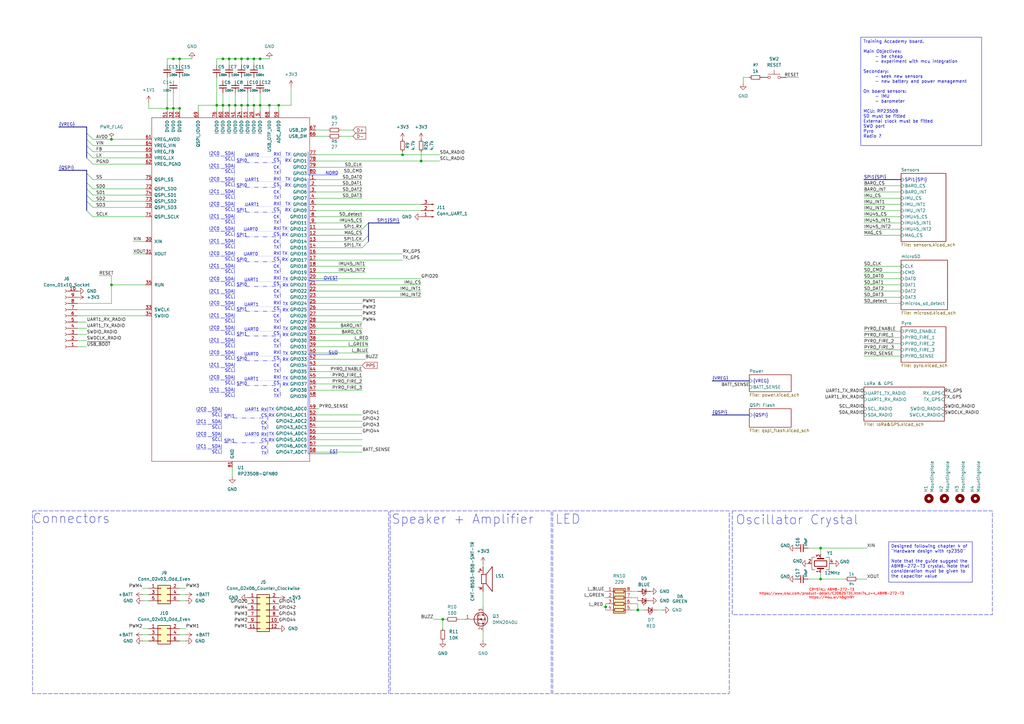
<source format=kicad_sch>
(kicad_sch (version 20250114) (generator "eeschema") (generator_version "9.0")
  (paper "A3")
  (title_block (title "Training Academy Board ") (date "2025-09-11") (rev "1.0") (company "Sapienza Rocket Team") (comment 1 "first board for the trainig academy"))
  (bus_alias "QSPI" (members "SS" "SD[0..3]" "SCLK"))
  (bus_alias "SPI" (members "TX" "RX" "CS" "CK"))
  (bus_alias "VREG" (members "AVDD" "VIN" "FB" "LX" "PGND"))
  (rectangle (start 300.355 209.55) (end 407.035 252.095) (stroke (width 0) (type dash)))
  (rectangle (start 160.02 209.55) (end 226.06 284.48) (stroke (width 0) (type dash)))
  (rectangle (start 226.695 209.55) (end 299.085 284.48) (stroke (width 0) (type dash)))
  (rectangle (start 13.335 209.55) (end 159.385 284.48) (stroke (width 0) (type dash)))
  (text "Speaker + Amplifier" (at 189.738 213.106 0) (effects (font (size 3.81 3.81))))
  (text "CS" (at 113.411 157.226 0) (effects (font (size 1.27 1.27))))
  (text "I2C1" (at 82.55 183.261 0) (effects (font (size 1.27 1.27))))
  (text "SDA" (at 93.98 99.06 0) (effects (font (size 1.27 1.27))))
  (text "SPI1" (at 99.187 137.16 0) (effects (font (size 1.27 1.27))))
  (text "SDA" (at 93.98 68.199 0) (effects (font (size 1.27 1.27))))
  (text "RX" (at 113.411 154.94 0) (effects (font (size 1.27 1.27))))
  (text "CK" (at 108.331 183.769 0) (effects (font (size 1.27 1.27))))
  (text "SDA" (at 93.98 139.7 0) (effects (font (size 1.27 1.27))))
  (text "SCL" (at 93.98 141.986 0) (effects (font (size 1.27 1.27))))
  (text "SPI0" (at 99.187 106.68 0) (effects (font (size 1.27 1.27))))
  (text "TX" (at 113.411 121.92 0) (effects (font (size 1.27 1.27))))
  (text "RX" (at 117.094 117.221 0) (effects (font (size 1.27 1.27))))
  (text "UART0" (at 102.87 104.394 0) (effects (font (size 1.27 1.27))))
  (text "SDA" (at 93.98 129.54 0) (effects (font (size 1.27 1.27))))
  (text "SDA" (at 88.646 173.101 0) (effects (font (size 1.27 1.27))))
  (text "RX" (at 113.411 93.98 0) (effects (font (size 1.27 1.27))))
  (text "SPI0" (at 99.187 66.04 0) (effects (font (size 1.27 1.27))))
  (text "TX" (at 117.094 145.161 0) (effects (font (size 1.27 1.27))))
  (text "SCL" (at 93.98 111.506 0) (effects (font (size 1.27 1.27))))
  (text "UART1" (at 103.378 84.074 0) (effects (font (size 1.27 1.27))))
  (text "I2C1" (at 87.884 119.634 0) (effects (font (size 1.27 1.27))))
  (text "TX" (at 111.379 178.181 0) (effects (font (size 1.27 1.27))))
  (text "I2C1" (at 87.884 99.06 0) (effects (font (size 1.27 1.27))))
  (text "SCL" (at 93.98 157.226 0) (effects (font (size 1.27 1.27))))
  (text "SCL" (at 93.98 106.426 0) (effects (font (size 1.27 1.27))))
  (text "SDA" (at 93.98 73.66 0) (effects (font (size 1.27 1.27))))
  (text "TX" (at 117.094 114.681 0) (effects (font (size 1.27 1.27))))
  (text "SDA" (at 93.98 160.02 0) (effects (font (size 1.27 1.27))))
  (text "SDA" (at 93.98 149.86 0) (effects (font (size 1.27 1.27))))
  (text "SCL" (at 93.98 152.146 0) (effects (font (size 1.27 1.27))))
  (text "SCL" (at 93.98 162.306 0) (effects (font (size 1.27 1.27))))
  (text "SDA" (at 93.98 88.9 0) (effects (font (size 1.27 1.27))))
  (text "RX" (at 117.094 157.861 0) (effects (font (size 1.27 1.27))))
  (text "CS" (at 113.411 126.746 0) (effects (font (size 1.27 1.27))))
  (text "CS" (at 108.331 170.561 0) (effects (font (size 1.27 1.27))))
  (text "TX" (at 118.11 73.66 0) (effects (font (size 1.27 1.27))))
  (text "TX" (at 108.331 186.055 0) (effects (font (size 1.27 1.27))))
  (text "I2C0" (at 87.884 83.82 0) (effects (font (size 1.27 1.27))))
  (text "SCL" (at 93.98 126.746 0) (effects (font (size 1.27 1.27))))
  (text "SCL" (at 88.646 185.547 0) (effects (font (size 1.27 1.27))))
  (text "RX" (at 113.411 63.5 0) (effects (font (size 1.27 1.27))))
  (text "TX" (at 113.411 132.08 0) (effects (font (size 1.27 1.27))))
  (text "SPI1" (at 99.187 86.36 0) (effects (font (size 1.27 1.27))))
  (text "SDA" (at 93.98 144.78 0) (effects (font (size 1.27 1.27))))
  (text "SDA" (at 93.98 78.74 0) (effects (font (size 1.27 1.27))))
  (text "SDA" (at 93.98 63.119 0) (effects (font (size 1.27 1.27))))
  (text "SPI1" (at 94.107 180.975 0) (effects (font (size 1.27 1.27))))
  (text "SDA" (at 93.98 154.94 0) (effects (font (size 1.27 1.27))))
  (text "UART1" (at 103.124 114.935 0) (effects (font (size 1.27 1.27))))
  (text "RX" (at 113.411 83.82 0) (effects (font (size 1.27 1.27))))
  (text "SPI1" (at 99.187 127 0) (effects (font (size 1.27 1.27))))
  (text "I2C0" (at 82.55 178.181 0) (effects (font (size 1.27 1.27))))
  (text "I2C0" (at 87.884 144.78 0) (effects (font (size 1.27 1.27))))
  (text "CK" (at 113.411 139.954 0) (effects (font (size 1.27 1.27))))
  (text "I2C1" (at 87.884 109.22 0) (effects (font (size 1.27 1.27))))
  (text "RX" (at 108.331 168.275 0) (effects (font (size 1.27 1.27))))
  (text "SCL" (at 93.98 81.026 0) (effects (font (size 1.27 1.27))))
  (text "I2C0" (at 87.884 134.62 0) (effects (font (size 1.27 1.27))))
  (text "Connectors" (at 29.21 212.852 0) (effects (font (size 3.81 3.81))))
  (text "RX" (at 111.379 180.721 0) (effects (font (size 1.27 1.27))))
  (text "TX" (at 108.331 175.895 0) (effects (font (size 1.27 1.27))))
  (text "CK" (at 113.411 129.794 0) (effects (font (size 1.27 1.27))))
  (text "SDA" (at 88.646 183.261 0) (effects (font (size 1.27 1.27))))
  (text "TX" (at 113.411 111.76 0) (effects (font (size 1.27 1.27))))
  (text "UART0" (at 103.124 145.415 0) (effects (font (size 1.27 1.27))))
  (text "UART0" (at 103.378 178.308 0) (effects (font (size 1.27 1.27))))
  (text "RX" (at 111.379 170.561 0) (effects (font (size 1.27 1.27))))
  (text "SPI0" (at 99.187 157.48 0) (effects (font (size 1.27 1.27))))
  (text "SCL" (at 93.98 96.266 0) (effects (font (size 1.27 1.27))))
  (text "I2C0" (at 82.55 168.021 0) (effects (font (size 1.27 1.27))))
  (text "SDA" (at 88.646 178.181 0) (effects (font (size 1.27 1.27))))
  (text "SCL" (at 93.98 91.186 0) (effects (font (size 1.27 1.27))))
  (text "SPI1" (at 94.107 170.815 0) (effects (font (size 1.27 1.27))))
  (text "SDA" (at 93.98 83.82 0) (effects (font (size 1.27 1.27))))
  (text "CS" (at 113.411 86.106 0) (effects (font (size 1.27 1.27))))
  (text "CK" (at 113.411 150.114 0) (effects (font (size 1.27 1.27))))
  (text "SDA" (at 93.98 109.22 0) (effects (font (size 1.27 1.27))))
  (text "CS" (at 113.411 106.426 0) (effects (font (size 1.27 1.27))))
  (text "SDA" (at 93.98 124.46 0) (effects (font (size 1.27 1.27))))
  (text "SCL" (at 88.646 170.307 0) (effects (font (size 1.27 1.27))))
  (text "CK" (at 113.411 89.154 0) (effects (font (size 1.27 1.27))))
  (text "RX" (at 113.411 73.66 0) (effects (font (size 1.27 1.27))))
  (text "TX" (at 117.094 155.321 0) (effects (font (size 1.27 1.27))))
  (text "I2C1" (at 82.55 173.101 0) (effects (font (size 1.27 1.27))))
  (text "SDA" (at 93.98 93.98 0) (effects (font (size 1.27 1.27))))
  (text "TX" (at 116.84 93.98 0) (effects (font (size 1.27 1.27))))
  (text "CS" (at 113.411 147.066 0) (effects (font (size 1.27 1.27))))
  (text "I2C1" (at 87.884 88.9 0) (effects (font (size 1.27 1.27))))
  (text "SCL" (at 93.98 65.405 0) (effects (font (size 1.27 1.27))))
  (text "CS" (at 113.411 116.586 0) (effects (font (size 1.27 1.27))))
  (text "CK" (at 113.411 160.274 0) (effects (font (size 1.27 1.27))))
  (text "NORD" (at 136.144 71.12 0) (effects (font (size 1.27 1.27))))
  (text "I2C0" (at 87.884 154.94 0) (effects (font (size 1.27 1.27))))
  (text "SPI0" (at 99.187 76.2 0) (effects (font (size 1.27 1.27))))
  (text "SCL" (at 93.98 147.066 0) (effects (font (size 1.27 1.27))))
  (text "TX" (at 113.411 101.6 0) (effects (font (size 1.27 1.27))))
  (text "CRYSTAL: ABM8-272-T3\nhttps://www.lcsc.com/product-detail/C20625731.html?s_z=n_ABM8-272-T3\nhttps://mou.sr/46giH9Y" (at 341.122 243.586 0) (effects (font (size 1 1))))
  (text "CS" (at 113.411 136.906 0) (effects (font (size 1.27 1.27))))
  (text "SCL" (at 88.646 180.467 0) (effects (font (size 1.27 1.27))))
  (text "SCL" (at 93.98 116.84 0) (effects (font (size 1.27 1.27))))
  (text "RX" (at 117.094 127.381 0) (effects (font (size 1.27 1.27))))
  (text "CK" (at 113.411 99.314 0) (effects (font (size 1.27 1.27))))
  (text "CK" (at 108.331 173.609 0) (effects (font (size 1.27 1.27))))
  (text "RX" (at 113.411 114.3 0) (effects (font (size 1.27 1.27))))
  (text "TX" (at 118.11 83.82 0) (effects (font (size 1.27 1.27))))
  (text "CK" (at 113.411 78.994 0) (effects (font (size 1.27 1.27))))
  (text "RX" (at 113.411 104.14 0) (effects (font (size 1.27 1.27))))
  (text "RX" (at 113.411 124.46 0) (effects (font (size 1.27 1.27))))
  (text "UART0" (at 102.87 94.234 0) (effects (font (size 1.27 1.27))))
  (text "LED" (at 232.918 213.106 0) (effects (font (size 3.81 3.81))))
  (text "SCL" (at 93.98 101.346 0) (effects (font (size 1.27 1.27))))
  (text "TX" (at 113.411 91.44 0) (effects (font (size 1.27 1.27))))
  (text "I2C0" (at 87.884 73.66 0) (effects (font (size 1.27 1.27))))
  (text "TX" (at 117.094 124.841 0) (effects (font (size 1.27 1.27))))
  (text "I2C0" (at 87.884 104.14 0) (effects (font (size 1.27 1.27))))
  (text "TX" (at 113.411 142.24 0) (effects (font (size 1.27 1.27))))
  (text "RX" (at 118.11 86.36 0) (effects (font (size 1.27 1.27))))
  (text "SPI0" (at 99.187 116.84 0) (effects (font (size 1.27 1.27))))
  (text "UART1" (at 103.378 73.914 0) (effects (font (size 1.27 1.27))))
  (text "UART0" (at 103.378 63.754 0) (effects (font (size 1.27 1.27))))
  (text "TX" (at 111.379 168.021 0) (effects (font (size 1.27 1.27))))
  (text "UART1" (at 103.124 155.575 0) (effects (font (size 1.27 1.27))))
  (text "I2C1" (at 87.884 78.74 0) (effects (font (size 1.27 1.27))))
  (text "I2C1" (at 87.884 139.7 0) (effects (font (size 1.27 1.27))))
  (text "CK" (at 113.411 68.834 0) (effects (font (size 1.27 1.27))))
  (text "SDA" (at 93.98 104.14 0) (effects (font (size 1.27 1.27))))
  (text "SDA" (at 93.98 114.554 0) (effects (font (size 1.27 1.27))))
  (text "I2C0" (at 87.884 63.119 0) (effects (font (size 1.27 1.27))))
  (text "CS" (at 108.331 180.721 0) (effects (font (size 1.27 1.27))))
  (text "I2C0" (at 87.884 93.98 0) (effects (font (size 1.27 1.27))))
  (text "SUD" (at 136.652 144.78 0) (effects (font (size 1.27 1.27))))
  (text "I2C1" (at 87.884 129.54 0) (effects (font (size 1.27 1.27))))
  (text "RX" (at 116.84 96.52 0) (effects (font (size 1.27 1.27))))
  (text "Oscillator Crystal" (at 326.898 213.36 0) (effects (font (size 3.81 3.81))))
  (text "I2C1" (at 87.884 149.86 0) (effects (font (size 1.27 1.27))))
  (text "TX" (at 116.84 104.14 0) (effects (font (size 1.27 1.27))))
  (text "UART1" (at 103.378 168.148 0) (effects (font (size 1.27 1.27))))
  (text "CS" (at 113.411 96.266 0) (effects (font (size 1.27 1.27))))
  (text "RX" (at 118.11 66.04 0) (effects (font (size 1.27 1.27))))
  (text "SCL" (at 93.98 121.92 0) (effects (font (size 1.27 1.27))))
  (text "CS" (at 113.411 65.786 0) (effects (font (size 1.27 1.27))))
  (text "SPI1\n" (at 99.187 96.52 0) (effects (font (size 1.27 1.27))))
  (text "SCL" (at 93.98 75.946 0) (effects (font (size 1.27 1.27))))
  (text "UART0" (at 103.124 135.255 0) (effects (font (size 1.27 1.27))))
  (text "TX" (at 113.411 152.4 0) (effects (font (size 1.27 1.27))))
  (text "I2C0" (at 87.884 124.46 0) (effects (font (size 1.27 1.27))))
  (text "RX" (at 116.84 106.68 0) (effects (font (size 1.27 1.27))))
  (text "I2C1" (at 87.884 160.02 0) (effects (font (size 1.27 1.27))))
  (text "RX" (at 113.411 144.78 0) (effects (font (size 1.27 1.27))))
  (text "SCL" (at 93.98 70.485 0) (effects (font (size 1.27 1.27))))
  (text "I2C0" (at 87.884 114.554 0) (effects (font (size 1.27 1.27))))
  (text "TX" (at 113.411 162.56 0) (effects (font (size 1.27 1.27))))
  (text "SDA" (at 93.98 119.634 0) (effects (font (size 1.27 1.27))))
  (text "OVEST" (at 135.636 114.3 0) (effects (font (size 1.27 1.27))))
  (text "RX" (at 118.11 76.2 0) (effects (font (size 1.27 1.27))))
  (text "EST" (at 136.906 185.42 0) (effects (font (size 1.27 1.27))))
  (text "UART1" (at 103.124 125.095 0) (effects (font (size 1.27 1.27))))
  (text "SCL" (at 93.98 131.826 0) (effects (font (size 1.27 1.27))))
  (text "SCL" (at 88.646 175.387 0) (effects (font (size 1.27 1.27))))
  (text "SCL" (at 93.98 136.906 0) (effects (font (size 1.27 1.27))))
  (text "SDA" (at 88.646 168.021 0) (effects (font (size 1.27 1.27))))
  (text "TX" (at 113.411 71.12 0) (effects (font (size 1.27 1.27))))
  (text "SDA" (at 93.98 134.62 0) (effects (font (size 1.27 1.27))))
  (text "RX" (at 117.094 137.541 0) (effects (font (size 1.27 1.27))))
  (text "CS" (at 113.411 75.946 0) (effects (font (size 1.27 1.27))))
  (text "RX" (at 117.094 147.701 0) (effects (font (size 1.27 1.27))))
  (text "TX" (at 118.11 63.5 0) (effects (font (size 1.27 1.27))))
  (text "I2C1" (at 87.884 68.199 0) (effects (font (size 1.27 1.27))))
  (text "SPI0" (at 99.187 147.32 0) (effects (font (size 1.27 1.27))))
  (text "TX" (at 117.094 135.001 0) (effects (font (size 1.27 1.27))))
  (text "RX" (at 113.411 134.62 0) (effects (font (size 1.27 1.27))))
  (text "CK" (at 113.411 119.634 0) (effects (font (size 1.27 1.27))))
  (text "SCL" (at 93.98 86.106 0) (effects (font (size 1.27 1.27))))
  (text "TX" (at 113.411 81.28 0) (effects (font (size 1.27 1.27))))
  (text "RX" (at 108.331 178.435 0) (effects (font (size 1.27 1.27))))
  (text "CK" (at 113.411 109.474 0) (effects (font (size 1.27 1.27))))
  (text_box "Training Accademy board. \n\nMain Objectives: \n	- be cheap\n	- experiment with mcu integration\n\nSecondary:\n	- seek new sensors\n	- new battery and power management\n\nOn board sensors:\n	- IMU\n	- barometer\n\nMCU: RP2350B\nSD must be fitted\nExternal clock must be fitted\nSWD port\nPyro\nRadio ?" (at 353.06 15.24 0) (size 49.53 44.45) (margins 0.9525 0.9525 0.9525 0.9525) (effects (font (size 1.27 1.27)) (justify left top)))
  (text_box "Designed following chapter 4 of \"Hardware design with rp2350\"\n\nNote that the guide suggest the ABM8-272-T3 crystal. Note that consideration must be given to the capacitor value" (at 364.49 222.25 0) (size 34.29 16.51) (margins 0.9525 0.9525 0.9525 0.9525) (effects (font (size 1.27 1.27)) (justify left top)))
  (junction (at 104.14 43.18))
  (junction (at 261.62 250.19))
  (junction (at 106.68 43.18))
  (junction (at 106.68 24.13))
  (junction (at 99.06 24.13))
  (junction (at 336.55 237.49))
  (junction (at 93.98 43.18))
  (junction (at 99.06 43.18))
  (junction (at 73.66 24.13))
  (junction (at 71.12 24.13))
  (junction (at 45.72 57.15))
  (junction (at 104.14 24.13))
  (junction (at 110.49 43.18))
  (junction (at 68.58 44.45))
  (junction (at 172.72 66.04))
  (junction (at 73.66 44.45))
  (junction (at 71.12 44.45))
  (junction (at 101.6 43.18))
  (junction (at 165.1 63.5))
  (junction (at 91.44 24.13))
  (junction (at 248.412 248.92))
  (junction (at 88.9 43.18))
  (junction (at 93.98 24.13))
  (junction (at 45.72 116.84))
  (junction (at 101.6 24.13))
  (junction (at 181.61 254))
  (junction (at 114.3 43.18))
  (junction (at 96.52 43.18))
  (junction (at 91.44 43.18))
  (junction (at 96.52 24.13))
  (junction (at 336.55 224.79))
  (bus_entry (at 38.1 82.55) (size -2.54 -2.54))
  (bus_entry (at 38.1 59.69) (size -2.54 -2.54))
  (bus_entry (at 38.1 80.01) (size -2.54 -2.54))
  (bus_entry (at 148.59 93.98) (size 2.54 -2.54))
  (bus_entry (at 38.1 88.9) (size -2.54 -2.54))
  (bus_entry (at 38.1 73.66) (size -2.54 -2.54))
  (bus_entry (at 148.59 99.06) (size 2.54 -2.54))
  (bus_entry (at 38.1 57.15) (size -2.54 -2.54))
  (bus_entry (at 38.1 62.23) (size -2.54 -2.54))
  (bus_entry (at 38.1 67.31) (size -2.54 -2.54))
  (bus_entry (at 38.1 64.77) (size -2.54 -2.54))
  (bus_entry (at 38.1 85.09) (size -2.54 -2.54))
  (bus_entry (at 38.1 77.47) (size -2.54 -2.54))
  (bus_entry (at 148.59 101.6) (size 2.54 -2.54))
  (wire (pts (xy 129.54 170.18) (xy 148.59 170.18)))
  (polyline (pts (xy 126.365 73.025) (xy 126.365 115.062)))
  (wire (pts (xy 331.47 224.79) (xy 336.55 224.79)))
  (polyline (pts (xy 114.935 153.67) (xy 114.935 163.195)) (stroke (width 0) (type dash_dot_dot)))
  (wire (pts (xy 73.66 24.13) (xy 71.12 24.13)))
  (wire (pts (xy 148.59 182.88) (xy 129.54 182.88)))
  (polyline (pts (xy 109.855 167.005) (xy 109.855 176.53)) (stroke (width 0) (type dash_dot_dot)))
  (polyline (pts (xy 113.03 177.165) (xy 113.03 181.61)) (stroke (width 0) (type dot)))
  (wire (pts (xy 331.47 237.49) (xy 336.55 237.49)))
  (wire (pts (xy 129.54 144.78) (xy 151.13 144.78)))
  (wire (pts (xy 129.54 114.3) (xy 172.72 114.3)))
  (wire (pts (xy 129.54 132.08) (xy 148.59 132.08)))
  (wire (pts (xy 58.42 257.81) (xy 60.96 257.81)))
  (wire (pts (xy 110.49 43.18) (xy 110.49 45.72)))
  (wire (pts (xy 88.9 43.18) (xy 91.44 43.18)))
  (wire (pts (xy 354.33 124.46) (xy 369.57 124.46)))
  (wire (pts (xy 148.59 134.62) (xy 129.54 134.62)))
  (bus (pts (xy 354.33 73.66) (xy 369.57 73.66)))
  (wire (pts (xy 129.54 96.52) (xy 148.59 96.52)))
  (polyline (pts (xy 100.584 74.549) (xy 119.634 74.549)) (stroke (width 0) (type dot)))
  (wire (pts (xy 247.904 245.11) (xy 248.92 245.11)))
  (wire (pts (xy 354.33 78.74) (xy 369.57 78.74)))
  (polyline (pts (xy 119.634 72.644) (xy 119.634 77.089)) (stroke (width 0) (type dot)))
  (wire (pts (xy 354.33 109.22) (xy 369.57 109.22)))
  (wire (pts (xy 38.1 88.9) (xy 59.69 88.9)))
  (wire (pts (xy 129.54 175.26) (xy 148.59 175.26)))
  (wire (pts (xy 91.44 43.18) (xy 91.44 45.72)))
  (wire (pts (xy 45.72 116.84) (xy 59.69 116.84)))
  (wire (pts (xy 247.396 248.92) (xy 248.412 248.92)))
  (wire (pts (xy 351.79 237.49) (xy 355.6 237.49)))
  (polyline (pts (xy 96.139 77.724) (xy 96.139 82.169)) (stroke (width 0) (type dash)))
  (wire (pts (xy 304.8 31.75) (xy 307.34 31.75)))
  (wire (pts (xy 38.1 73.66) (xy 59.69 73.66)))
  (polyline (pts (xy 96.139 138.684) (xy 96.139 143.129)) (stroke (width 0) (type dash)))
  (wire (pts (xy 68.58 31.75) (xy 68.58 44.45)))
  (wire (pts (xy 45.72 57.15) (xy 59.69 57.15)))
  (polyline (pts (xy 90.805 182.245) (xy 90.805 186.69)) (stroke (width 0) (type dash)))
  (wire (pts (xy 38.1 59.69) (xy 59.69 59.69)))
  (wire (pts (xy 148.59 180.34) (xy 129.54 180.34)))
  (polyline (pts (xy 97.155 97.155) (xy 114.935 97.155)) (stroke (width 0) (type dash_dot_dot)))
  (polyline (pts (xy 85.979 135.509) (xy 96.139 135.509)) (stroke (width 0) (type dash)))
  (wire (pts (xy 336.55 237.49) (xy 336.55 234.95)))
  (wire (pts (xy 130.81 167.64) (xy 129.54 167.64)))
  (wire (pts (xy 91.44 24.13) (xy 91.44 33.02)) (stroke (width 0) (type dot)))
  (polyline (pts (xy 114.935 72.39) (xy 114.935 81.915)) (stroke (width 0) (type dash_dot_dot)))
  (wire (pts (xy 71.12 45.72) (xy 71.12 44.45)))
  (wire (pts (xy 31.75 137.16) (xy 35.56 137.16)))
  (polyline (pts (xy 90.805 177.165) (xy 90.805 181.61)) (stroke (width 0) (type dash)))
  (wire (pts (xy 45.72 113.03) (xy 45.72 116.84)))
  (wire (pts (xy 304.8 31.75) (xy 304.8 34.29)))
  (bus (pts (xy 292.1 170.18) (xy 307.34 170.18)))
  (wire (pts (xy 129.54 129.54) (xy 148.59 129.54)))
  (wire (pts (xy 354.33 81.28) (xy 369.57 81.28)))
  (wire (pts (xy 259.08 247.65) (xy 261.62 247.65)))
  (polyline (pts (xy 114.935 123.19) (xy 114.935 132.715)) (stroke (width 0) (type dash_dot_dot)))
  (wire (pts (xy 93.98 24.13) (xy 91.44 24.13)))
  (wire (pts (xy 71.12 24.13) (xy 68.58 24.13)))
  (polyline (pts (xy 100.33 156.21) (xy 118.745 156.21)) (stroke (width 0) (type dot)))
  (wire (pts (xy 106.68 24.13) (xy 110.49 24.13)))
  (polyline (pts (xy 80.645 168.91) (xy 90.805 168.91)) (stroke (width 0) (type dash)))
  (wire (pts (xy 35.56 134.62) (xy 31.75 134.62)))
  (polyline (pts (xy 126.365 62.23) (xy 126.365 71.755)))
  (wire (pts (xy 106.68 43.18) (xy 110.49 43.18)))
  (polyline (pts (xy 96.139 98.044) (xy 96.139 102.489)) (stroke (width 0) (type dash)))
  (polyline (pts (xy 85.979 140.589) (xy 96.139 140.589)) (stroke (width 0) (type dash)))
  (polyline (pts (xy 85.979 115.443) (xy 96.139 115.443)) (stroke (width 0) (type dash)))
  (wire (pts (xy 172.72 62.23) (xy 172.72 66.04)))
  (polyline (pts (xy 109.855 177.165) (xy 109.855 186.69)) (stroke (width 0) (type dash_dot_dot)))
  (wire (pts (xy 129.54 147.32) (xy 149.86 147.32)))
  (wire (pts (xy 354.33 146.05) (xy 369.57 146.05)))
  (wire (pts (xy 31.75 139.7) (xy 35.56 139.7)))
  (wire (pts (xy 129.54 104.14) (xy 165.1 104.14)))
  (wire (pts (xy 354.33 83.82) (xy 369.57 83.82)))
  (wire (pts (xy 101.6 24.13) (xy 99.06 24.13)))
  (wire (pts (xy 129.54 73.66) (xy 148.59 73.66)))
  (wire (pts (xy 261.62 247.65) (xy 261.62 250.19)))
  (wire (pts (xy 248.412 247.65) (xy 248.412 248.92)))
  (polyline (pts (xy 80.645 179.07) (xy 90.805 179.07)) (stroke (width 0) (type dash)))
  (wire (pts (xy 181.61 254) (xy 181.61 257.81)))
  (bus (pts (xy 35.56 82.55) (xy 35.56 86.36)))
  (polyline (pts (xy 96.139 92.964) (xy 96.139 97.409)) (stroke (width 0) (type dash)))
  (wire (pts (xy 148.59 137.16) (xy 129.54 137.16)))
  (wire (pts (xy 129.54 119.38) (xy 172.72 119.38)))
  (wire (pts (xy 54.61 99.06) (xy 59.69 99.06)))
  (bus (pts (xy 35.56 59.69) (xy 35.56 62.23)))
  (polyline (pts (xy 97.155 86.995) (xy 114.935 86.995)) (stroke (width 0) (type dash_dot_dot)))
  (wire (pts (xy 248.412 250.19) (xy 248.92 250.19)))
  (polyline (pts (xy 85.979 79.629) (xy 96.139 79.629)) (stroke (width 0) (type dash)))
  (polyline (pts (xy 90.805 167.005) (xy 90.805 171.45)) (stroke (width 0) (type dash)))
  (wire (pts (xy 139.7 55.88) (xy 144.78 55.88)))
  (wire (pts (xy 81.28 45.72) (xy 81.28 43.18)))
  (wire (pts (xy 93.98 43.18) (xy 93.98 45.72)))
  (polyline (pts (xy 118.491 92.964) (xy 118.491 97.409)) (stroke (width 0) (type dot)))
  (polyline (pts (xy 114.935 113.03) (xy 114.935 122.555)) (stroke (width 0) (type dash_dot_dot)))
  (wire (pts (xy 96.52 24.13) (xy 93.98 24.13)))
  (polyline (pts (xy 85.979 160.909) (xy 96.139 160.909)) (stroke (width 0) (type dash)))
  (wire (pts (xy 38.1 80.01) (xy 59.69 80.01)))
  (wire (pts (xy 99.06 31.75) (xy 99.06 43.18)) (stroke (width 0) (type dot)))
  (wire (pts (xy 129.54 106.68) (xy 165.1 106.68)))
  (wire (pts (xy 35.56 142.24) (xy 31.75 142.24)))
  (wire (pts (xy 354.33 135.89) (xy 369.57 135.89)))
  (wire (pts (xy 101.6 38.1) (xy 101.6 43.18)))
  (wire (pts (xy 119.38 43.18) (xy 114.3 43.18)))
  (wire (pts (xy 38.1 67.31) (xy 59.69 67.31)))
  (wire (pts (xy 96.52 38.1) (xy 96.52 43.18)))
  (wire (pts (xy 93.98 31.75) (xy 93.98 43.18)) (stroke (width 0) (type dot)))
  (wire (pts (xy 129.54 116.84) (xy 172.72 116.84)))
  (polyline (pts (xy 114.935 82.55) (xy 114.935 92.075)) (stroke (width 0) (type dash_dot_dot)))
  (wire (pts (xy 148.59 185.42) (xy 129.54 185.42)))
  (polyline (pts (xy 92.075 171.45) (xy 109.855 171.45)) (stroke (width 0) (type dash_dot_dot)))
  (bus (pts (xy 151.13 91.44) (xy 163.83 91.44)))
  (wire (pts (xy 45.72 116.84) (xy 45.72 124.46)))
  (wire (pts (xy 129.54 101.6) (xy 148.59 101.6)))
  (polyline (pts (xy 126.365 145.415) (xy 138.43 145.415)))
  (bus (pts (xy 292.1 156.21) (xy 307.34 156.21)))
  (wire (pts (xy 106.68 24.13) (xy 104.14 24.13)))
  (polyline (pts (xy 114.935 92.71) (xy 114.935 102.235)) (stroke (width 0) (type dash_dot_dot)))
  (polyline (pts (xy 85.979 120.523) (xy 96.139 120.523)) (stroke (width 0) (type dash)))
  (bus (pts (xy 35.56 80.01) (xy 35.56 82.55)))
  (wire (pts (xy 336.55 224.79) (xy 355.6 224.79)))
  (wire (pts (xy 139.7 53.34) (xy 144.78 53.34)))
  (polyline (pts (xy 118.491 103.124) (xy 118.491 107.569)) (stroke (width 0) (type dot)))
  (wire (pts (xy 248.92 247.65) (xy 248.412 247.65)))
  (wire (pts (xy 129.54 81.28) (xy 148.59 81.28)))
  (wire (pts (xy 165.1 63.5) (xy 180.34 63.5)))
  (bus (pts (xy 35.56 54.61) (xy 35.56 57.15)))
  (wire (pts (xy 96.52 24.13) (xy 96.52 33.02)) (stroke (width 0) (type dot)))
  (polyline (pts (xy 80.645 173.99) (xy 90.805 173.99)) (stroke (width 0) (type dash)))
  (polyline (pts (xy 80.645 184.15) (xy 90.805 184.15)) (stroke (width 0) (type dash)))
  (polyline (pts (xy 85.979 110.109) (xy 96.139 110.109)) (stroke (width 0) (type dash)))
  (polyline (pts (xy 97.155 66.675) (xy 114.935 66.675)) (stroke (width 0) (type dash_dot_dot)))
  (wire (pts (xy 354.33 121.92) (xy 369.57 121.92)))
  (polyline (pts (xy 96.139 113.538) (xy 96.139 117.983)) (stroke (width 0) (type dash)))
  (polyline (pts (xy 97.155 117.475) (xy 114.935 117.475)) (stroke (width 0) (type dash_dot_dot)))
  (wire (pts (xy 354.33 93.98) (xy 369.57 93.98)))
  (polyline (pts (xy 85.979 84.709) (xy 96.139 84.709)) (stroke (width 0) (type dash)))
  (wire (pts (xy 261.62 245.11) (xy 261.62 246.38)))
  (bus (pts (xy 35.56 62.23) (xy 35.56 64.77)))
  (wire (pts (xy 99.06 43.18) (xy 99.06 45.72)))
  (wire (pts (xy 129.54 99.06) (xy 148.59 99.06)))
  (wire (pts (xy 259.08 242.57) (xy 261.62 242.57)))
  (wire (pts (xy 106.68 43.18) (xy 106.68 45.72)))
  (polyline (pts (xy 96.139 67.183) (xy 96.139 71.882)) (stroke (width 0) (type dash)))
  (wire (pts (xy 91.44 24.13) (xy 88.9 24.13)))
  (polyline (pts (xy 96.139 62.103) (xy 96.139 66.548)) (stroke (width 0) (type dash)))
  (wire (pts (xy 248.412 248.92) (xy 248.412 250.19)))
  (wire (pts (xy 129.54 71.12) (xy 148.59 71.12)) (stroke (width 0) (type dot)))
  (wire (pts (xy 73.66 44.45) (xy 71.12 44.45)))
  (wire (pts (xy 354.33 140.97) (xy 369.57 140.97)))
  (wire (pts (xy 73.66 246.38) (xy 76.2 246.38)))
  (polyline (pts (xy 100.33 146.05) (xy 118.745 146.05)) (stroke (width 0) (type dot)))
  (polyline (pts (xy 85.979 94.869) (xy 96.139 94.869)) (stroke (width 0) (type dash)))
  (wire (pts (xy 198.12 242.57) (xy 198.12 248.92)))
  (polyline (pts (xy 96.139 159.004) (xy 96.139 163.449)) (stroke (width 0) (type dash)))
  (wire (pts (xy 40.64 113.03) (xy 45.72 113.03)))
  (wire (pts (xy 38.1 62.23) (xy 59.69 62.23)))
  (wire (pts (xy 110.49 43.18) (xy 114.3 43.18)))
  (bus (pts (xy 35.56 77.47) (xy 35.56 80.01)))
  (wire (pts (xy 129.54 111.76) (xy 149.86 111.76)))
  (wire (pts (xy 129.54 93.98) (xy 148.59 93.98)))
  (wire (pts (xy 129.54 88.9) (xy 148.59 88.9)))
  (wire (pts (xy 336.55 237.49) (xy 346.71 237.49)))
  (bus (pts (xy 35.56 69.85) (xy 35.56 71.12)))
  (wire (pts (xy 71.12 24.13) (xy 71.12 33.02)) (stroke (width 0) (type dot)))
  (wire (pts (xy 148.59 160.02) (xy 129.54 160.02)))
  (wire (pts (xy 31.75 124.46) (xy 45.72 124.46)))
  (polyline (pts (xy 85.979 105.029) (xy 96.139 105.029)) (stroke (width 0) (type dash)))
  (wire (pts (xy 354.33 116.84) (xy 369.57 116.84)))
  (wire (pts (xy 73.66 241.3) (xy 76.2 241.3)))
  (polyline (pts (xy 114.935 133.35) (xy 114.935 142.875)) (stroke (width 0) (type dash_dot_dot)))
  (polyline (pts (xy 114.935 143.51) (xy 114.935 153.035)) (stroke (width 0) (type dash_dot_dot)))
  (wire (pts (xy 354.33 143.51) (xy 369.57 143.51)))
  (polyline (pts (xy 113.03 167.005) (xy 113.03 171.45)) (stroke (width 0) (type dot)))
  (polyline (pts (xy 126.365 71.755) (xy 138.43 71.755)))
  (wire (pts (xy 91.44 38.1) (xy 91.44 43.18)))
  (wire (pts (xy 93.98 43.18) (xy 96.52 43.18)))
  (polyline (pts (xy 96.139 123.444) (xy 96.139 127.889)) (stroke (width 0) (type dash)))
  (wire (pts (xy 60.96 44.45) (xy 60.96 41.91)))
  (wire (pts (xy 129.54 53.34) (xy 134.62 53.34)))
  (wire (pts (xy 88.9 24.13) (xy 88.9 26.67)))
  (bus (pts (xy 35.56 74.93) (xy 35.56 77.47)))
  (polyline (pts (xy 100.33 135.89) (xy 118.745 135.89)) (stroke (width 0) (type dot)))
  (polyline (pts (xy 97.155 147.955) (xy 114.935 147.955)) (stroke (width 0) (type dash_dot_dot)))
  (wire (pts (xy 129.54 149.86) (xy 148.59 149.86)))
  (polyline (pts (xy 100.33 179.07) (xy 113.03 179.07)) (stroke (width 0) (type dot)))
  (wire (pts (xy 181.61 254) (xy 182.88 254)))
  (bus (pts (xy 24.13 52.07) (xy 35.56 52.07)))
  (wire (pts (xy 101.6 43.18) (xy 101.6 45.72)))
  (wire (pts (xy 129.54 172.72) (xy 148.59 172.72)))
  (polyline (pts (xy 97.155 137.795) (xy 114.935 137.795)) (stroke (width 0) (type dash_dot_dot)))
  (polyline (pts (xy 97.155 76.835) (xy 114.935 76.835)) (stroke (width 0) (type dash_dot_dot)))
  (wire (pts (xy 354.33 114.3) (xy 369.57 114.3)))
  (wire (pts (xy 104.14 24.13) (xy 101.6 24.13)))
  (bus (pts (xy 151.13 96.52) (xy 151.13 99.06)))
  (wire (pts (xy 129.54 78.74) (xy 148.59 78.74)))
  (wire (pts (xy 101.6 43.18) (xy 104.14 43.18)))
  (wire (pts (xy 38.1 77.47) (xy 59.69 77.47)))
  (wire (pts (xy 106.68 38.1) (xy 106.68 43.18)))
  (bus (pts (xy 35.56 71.12) (xy 35.56 74.93)))
  (wire (pts (xy 73.66 262.89) (xy 76.2 262.89)))
  (wire (pts (xy 129.54 63.5) (xy 165.1 63.5)))
  (polyline (pts (xy 100.33 115.57) (xy 118.745 115.57)) (stroke (width 0) (type dot)))
  (wire (pts (xy 129.54 66.04) (xy 172.72 66.04)))
  (polyline (pts (xy 96.139 148.844) (xy 96.139 153.289)) (stroke (width 0) (type dash)))
  (wire (pts (xy 259.08 245.11) (xy 261.62 245.11)))
  (wire (pts (xy 354.33 88.9) (xy 369.57 88.9)))
  (polyline (pts (xy 96.139 103.124) (xy 96.139 107.569)) (stroke (width 0) (type dash)))
  (wire (pts (xy 60.96 44.45) (xy 68.58 44.45)))
  (polyline (pts (xy 114.935 62.23) (xy 114.935 71.755)) (stroke (width 0) (type dash_dot_dot)))
  (wire (pts (xy 95.25 195.58) (xy 95.25 191.77)))
  (polyline (pts (xy 119.634 82.804) (xy 119.634 87.249)) (stroke (width 0) (type dot)))
  (polyline (pts (xy 90.805 172.085) (xy 90.805 176.53)) (stroke (width 0) (type dash)))
  (wire (pts (xy 177.8 254) (xy 181.61 254)))
  (wire (pts (xy 58.42 243.84) (xy 60.96 243.84)))
  (wire (pts (xy 247.904 242.57) (xy 248.92 242.57)))
  (wire (pts (xy 104.14 43.18) (xy 104.14 45.72)))
  (polyline (pts (xy 100.33 168.91) (xy 113.03 168.91)) (stroke (width 0) (type dot)))
  (wire (pts (xy 148.59 157.48) (xy 129.54 157.48)))
  (wire (pts (xy 58.42 246.38) (xy 60.96 246.38)))
  (wire (pts (xy 129.54 86.36) (xy 172.72 86.36)))
  (wire (pts (xy 129.54 127) (xy 148.59 127)))
  (wire (pts (xy 35.56 132.08) (xy 31.75 132.08)))
  (wire (pts (xy 91.44 43.18) (xy 93.98 43.18)))
  (polyline (pts (xy 96.139 133.604) (xy 96.139 138.049)) (stroke (width 0) (type dash)))
  (polyline (pts (xy 118.745 113.665) (xy 118.745 118.11)) (stroke (width 0) (type dot)))
  (wire (pts (xy 96.52 43.18) (xy 99.06 43.18)))
  (wire (pts (xy 264.16 250.19) (xy 261.62 250.19)))
  (wire (pts (xy 99.06 43.18) (xy 101.6 43.18)))
  (wire (pts (xy 259.08 250.19) (xy 261.62 250.19)))
  (polyline (pts (xy 96.139 143.764) (xy 96.139 148.209)) (stroke (width 0) (type dash)))
  (wire (pts (xy 104.14 43.18) (xy 106.68 43.18)))
  (bus (pts (xy 24.13 69.85) (xy 35.56 69.85)))
  (polyline (pts (xy 100.584 84.709) (xy 119.634 84.709)) (stroke (width 0) (type dot)))
  (wire (pts (xy 31.75 129.54) (xy 59.69 129.54)))
  (polyline (pts (xy 126.365 115.57) (xy 126.365 145.415)))
  (polyline (pts (xy 85.979 74.549) (xy 96.139 74.549)) (stroke (width 0) (type dash)))
  (wire (pts (xy 38.1 64.77) (xy 59.69 64.77)))
  (wire (pts (xy 198.12 259.08) (xy 198.12 262.89)))
  (wire (pts (xy 68.58 44.45) (xy 68.58 45.72)))
  (wire (pts (xy 148.59 154.94) (xy 129.54 154.94)))
  (polyline (pts (xy 96.139 108.204) (xy 96.139 112.903)) (stroke (width 0) (type dash)))
  (wire (pts (xy 354.33 138.43) (xy 369.57 138.43)))
  (wire (pts (xy 73.66 45.72) (xy 73.66 44.45)))
  (polyline (pts (xy 96.139 153.924) (xy 96.139 158.369)) (stroke (width 0) (type dash)))
  (polyline (pts (xy 96.139 128.524) (xy 96.139 132.969)) (stroke (width 0) (type dash)))
  (polyline (pts (xy 96.139 118.618) (xy 96.139 123.063)) (stroke (width 0) (type dash)))
  (wire (pts (xy 54.61 104.14) (xy 59.69 104.14)))
  (wire (pts (xy 38.1 82.55) (xy 59.69 82.55)))
  (bus (pts (xy 35.56 52.07) (xy 35.56 54.61)))
  (wire (pts (xy 88.9 43.18) (xy 88.9 45.72)))
  (wire (pts (xy 354.33 96.52) (xy 369.57 96.52)))
  (wire (pts (xy 73.66 31.75) (xy 73.66 44.45)) (stroke (width 0) (type dot)))
  (polyline (pts (xy 97.155 127.635) (xy 114.935 127.635)) (stroke (width 0) (type dash_dot_dot)))
  (polyline (pts (xy 114.935 102.87) (xy 114.935 112.395)) (stroke (width 0) (type dash_dot_dot)))
  (polyline (pts (xy 118.745 123.825) (xy 118.745 128.27)) (stroke (width 0) (type dot)))
  (polyline (pts (xy 85.979 155.829) (xy 96.139 155.829)) (stroke (width 0) (type dash)))
  (polyline (pts (xy 126.365 186.055) (xy 138.43 186.055)))
  (wire (pts (xy 336.55 224.79) (xy 336.55 227.33)))
  (wire (pts (xy 354.33 76.2) (xy 369.57 76.2)))
  (wire (pts (xy 104.14 26.67) (xy 104.14 24.13)))
  (wire (pts (xy 58.42 260.35) (xy 60.96 260.35)))
  (wire (pts (xy 129.54 55.88) (xy 134.62 55.88)))
  (wire (pts (xy 354.33 86.36) (xy 369.57 86.36)))
  (wire (pts (xy 129.54 91.44) (xy 148.59 91.44)))
  (wire (pts (xy 129.54 109.22) (xy 149.86 109.22)))
  (polyline (pts (xy 126.365 115.062) (xy 138.43 115.062)))
  (wire (pts (xy 119.38 43.18) (xy 119.38 35.56)))
  (wire (pts (xy 129.54 76.2) (xy 148.59 76.2)))
  (wire (pts (xy 71.12 38.1) (xy 71.12 44.45)))
  (wire (pts (xy 114.3 43.18) (xy 114.3 45.72)))
  (polyline (pts (xy 85.979 64.008) (xy 96.139 64.008)) (stroke (width 0) (type dash)))
  (wire (pts (xy 104.14 31.75) (xy 104.14 43.18)) (stroke (width 0) (type dot)))
  (wire (pts (xy 93.98 26.67) (xy 93.98 24.13)))
  (polyline (pts (xy 85.979 99.949) (xy 96.139 99.949)) (stroke (width 0) (type dash)))
  (wire (pts (xy 129.54 139.7) (xy 151.13 139.7)))
  (bus (pts (xy 35.56 57.15) (xy 35.56 59.69)))
  (polyline (pts (xy 96.139 72.644) (xy 96.139 77.089)) (stroke (width 0) (type dash)))
  (wire (pts (xy 73.66 26.67) (xy 73.66 24.13)))
  (wire (pts (xy 38.1 57.15) (xy 45.72 57.15)))
  (polyline (pts (xy 118.745 133.985) (xy 118.745 138.43)) (stroke (width 0) (type dot)))
  (wire (pts (xy 73.66 243.84) (xy 76.2 243.84)))
  (wire (pts (xy 38.1 85.09) (xy 59.69 85.09)))
  (polyline (pts (xy 100.076 94.869) (xy 118.491 94.869)) (stroke (width 0) (type dot)))
  (polyline (pts (xy 96.139 82.804) (xy 96.139 87.249)) (stroke (width 0) (type dash)))
  (polyline (pts (xy 96.139 87.884) (xy 96.139 92.329)) (stroke (width 0) (type dash)))
  (polyline (pts (xy 85.979 150.749) (xy 96.139 150.749)) (stroke (width 0) (type dash)))
  (wire (pts (xy 129.54 68.58) (xy 148.59 68.58)))
  (wire (pts (xy 354.33 91.44) (xy 369.57 91.44)))
  (wire (pts (xy 68.58 26.67) (xy 68.58 24.13)))
  (polyline (pts (xy 100.584 64.389) (xy 119.634 64.389)) (stroke (width 0) (type dot)))
  (wire (pts (xy 354.33 119.38) (xy 369.57 119.38)))
  (polyline (pts (xy 85.979 69.088) (xy 96.139 69.088)) (stroke (width 0) (type dash)))
  (polyline (pts (xy 118.745 154.305) (xy 118.745 158.75)) (stroke (width 0) (type dot)))
  (wire (pts (xy 88.9 31.75) (xy 88.9 43.18)))
  (wire (pts (xy 31.75 127) (xy 59.69 127)))
  (wire (pts (xy 129.54 124.46) (xy 148.59 124.46)))
  (wire (pts (xy 99.06 26.67) (xy 99.06 24.13)))
  (wire (pts (xy 71.12 44.45) (xy 68.58 44.45)))
  (bus (pts (xy 151.13 91.44) (xy 151.13 96.52)))
  (wire (pts (xy 96.52 43.18) (xy 96.52 45.72)))
  (wire (pts (xy 148.59 152.4) (xy 129.54 152.4)))
  (wire (pts (xy 106.68 33.02) (xy 106.68 24.13)) (stroke (width 0) (type dot)))
  (polyline (pts (xy 85.979 145.669) (xy 96.139 145.669)) (stroke (width 0) (type dash)))
  (wire (pts (xy 73.66 257.81) (xy 76.2 257.81)))
  (polyline (pts (xy 118.745 144.145) (xy 118.745 148.59)) (stroke (width 0) (type dot)))
  (wire (pts (xy 58.42 262.89) (xy 60.96 262.89)))
  (wire (pts (xy 129.54 121.92) (xy 172.72 121.92)))
  (wire (pts (xy 58.42 241.3) (xy 60.96 241.3)))
  (wire (pts (xy 187.96 254) (xy 190.5 254)))
  (polyline (pts (xy 85.979 125.349) (xy 96.139 125.349)) (stroke (width 0) (type dash)))
  (polyline (pts (xy 100.33 125.73) (xy 118.745 125.73)) (stroke (width 0) (type dot)))
  (wire (pts (xy 327.66 31.75) (xy 322.58 31.75)))
  (wire (pts (xy 354.33 111.76) (xy 369.57 111.76)))
  (wire (pts (xy 271.78 250.19) (xy 269.24 250.19)))
  (wire (pts (xy 78.74 24.13) (xy 73.66 24.13)))
  (wire (pts (xy 99.06 24.13) (xy 96.52 24.13)))
  (polyline (pts (xy 97.155 158.115) (xy 114.935 158.115)) (stroke (width 0) (type dash_dot_dot)))
  (polyline (pts (xy 97.155 107.315) (xy 114.935 107.315)) (stroke (width 0) (type dash_dot_dot)))
  (wire (pts (xy 129.54 177.8) (xy 148.59 177.8)))
  (polyline (pts (xy 119.634 62.484) (xy 119.634 66.929)) (stroke (width 0) (type dot)))
  (wire (pts (xy 165.1 62.23) (xy 165.1 63.5)))
  (wire (pts (xy 81.28 43.18) (xy 88.9 43.18)))
  (polyline (pts (xy 100.076 105.029) (xy 118.491 105.029)) (stroke (width 0) (type dot)))
  (polyline (pts (xy 126.365 146.05) (xy 126.365 186.055)))
  (wire (pts (xy 172.72 66.04) (xy 180.34 66.04)))
  (wire (pts (xy 129.54 142.24) (xy 151.13 142.24)))
  (polyline (pts (xy 85.979 130.429) (xy 96.139 130.429)) (stroke (width 0) (type dash)))
  (wire (pts (xy 101.6 24.13) (xy 101.6 33.02)) (stroke (width 0) (type dot)))
  (wire (pts (xy 73.66 260.35) (xy 76.2 260.35)))
  (wire (pts (xy 129.54 83.82) (xy 172.72 83.82)))
  (polyline (pts (xy 85.979 89.789) (xy 96.139 89.789)) (stroke (width 0) (type dash)))
  (wire (pts (xy 198.12 231.14) (xy 198.12 232.41)))
  (polyline (pts (xy 92.075 181.61) (xy 109.855 181.61)) (stroke (width 0) (type dash_dot_dot)))
  (label "PYRO_FIRE_1" (at 354.33 138.43 0))
  (label "GPIO43" (at 114.3 252.73 0))
  (label "GPIO43" (at 148.59 175.26 0))
  (label "PYRO_FIRE_3" (at 354.33 143.51 0))
  (label "SPI1{SPI}" (at 354.33 73.66 0))
  (label "TX_GPS" (at 165.1 106.68 0))
  (label "PWM3" (at 101.6 252.73 180))
  (label "BARO_INT" (at 148.59 134.62 180))
  (label "GPIO44" (at 114.3 255.27 0))
  (label "GPIO41" (at 114.3 247.65 0))
  (label "PYRO_FIRE_2" (at 148.59 157.48 180))
  (label "VIN" (at 39.37 59.69 0))
  (label "PWM4" (at 148.59 132.08 0))
  (label "MAG_CS" (at 148.59 96.52 180))
  (label "RESET" (at 40.64 113.03 0))
  (label "GPIO41" (at 148.59 170.18 0))
  (label "SD3" (at 39.37 85.09 0))
  (label "SD_detect" (at 354.33 124.46 0))
  (label "PWM1" (at 76.2 257.81 0))
  (label "SD_detect" (at 148.59 88.9 180))
  (label "XIN" (at 54.61 99.06 0))
  (label "L_GREEN" (at 247.904 245.11 180))
  (label "IMU_CS" (at 354.33 81.28 0))
  (label "XIN" (at 355.6 224.79 0))
  (label "SD_DAT2" (at 354.33 119.38 0))
  (label "XOUT" (at 54.61 104.14 0))
  (label "SD_CLK" (at 354.33 109.22 0))
  (label "PYRO_FIRE_1" (at 148.59 154.94 180))
  (label "SPI1.RX" (at 140.97 93.98 0))
  (label "UART1_RX_RADIO" (at 35.56 132.08 0))
  (label "SWDIO_RADIO" (at 387.35 167.64 0))
  (label "SCLK" (at 39.37 88.9 0))
  (label "PWM1" (at 148.59 124.46 0))
  (label "IMU_INT1" (at 172.72 119.38 180))
  (label "{QSPI}" (at 24.13 69.85 0))
  (label "RX_GPS" (at 387.35 161.29 0))
  (label "IMU_INT2" (at 354.33 86.36 0))
  (label "GPIO20" (at 101.6 247.65 180))
  (label "GPIO42" (at 148.59 172.72 0))
  (label "IMU_INT2" (at 172.72 121.92 180))
  (label "SD_DAT0" (at 354.33 114.3 0))
  (label "SPI1{SPI}" (at 163.83 91.44 180))
  (label "UART1_TX_RADIO" (at 35.56 134.62 0))
  (label "BARO_CS" (at 148.59 137.16 180))
  (label "GPIO20" (at 172.72 114.3 0))
  (label "FB" (at 39.37 62.23 0))
  (label "SWDCLK_RADIO" (at 387.35 170.18 0))
  (label "PWM2" (at 148.59 127 0))
  (label "SCL_RADIO" (at 180.34 66.04 0))
  (label "BATT_SENSE" (at 148.59 185.42 0))
  (label "BARO_INT" (at 354.33 78.74 0))
  (label "PWM4" (at 58.42 241.3 180))
  (label "IMU45_INT2" (at 354.33 93.98 0))
  (label "PWM2" (at 101.6 255.27 180))
  (label "SWDCLK_RADIO" (at 35.56 139.7 0))
  (label "L_BLUE" (at 151.13 144.78 180))
  (label "PWM3" (at 76.2 241.3 0))
  (label "PWM1" (at 101.6 257.81 180))
  (label "SCL_RADIO" (at 354.33 167.64 180))
  (label "SD2" (at 39.37 82.55 0))
  (label "LX" (at 39.37 64.77 0))
  (label "RX_GPS" (at 165.1 104.14 0))
  (label "UART1_RX_RADIO" (at 354.33 163.83 180))
  (label "SD_CMD" (at 148.59 71.12 180))
  (label "SD_CMD" (at 354.33 111.76 0))
  (label "SD_DAT3" (at 148.59 81.28 180))
  (label "PYRO_SENSE" (at 130.81 167.64 0))
  (label "GPIO42" (at 114.3 250.19 0))
  (label "SD_CLK" (at 148.59 68.58 180))
  (label "PYRO_FIRE_2" (at 354.33 140.97 0))
  (label "PYRO_ENABLE" (at 148.59 152.4 180))
  (label "TX_GPS" (at 387.35 163.83 0))
  (label "IMU45_CS" (at 148.59 91.44 180))
  (label "PYRO_SENSE" (at 354.33 146.05 0))
  (label "SPI1.TX" (at 140.97 101.6 0))
  (label "~{USB_BOOT}" (at 35.56 142.24 0))
  (label "SD_DAT3" (at 354.33 121.92 0))
  (label "{QSPI}" (at 292.1 170.18 0))
  (label "BUZZ" (at 149.86 147.32 0))
  (label "SPI1.CK" (at 140.97 99.06 0))
  (label "AVDD" (at 39.37 57.15 0))
  (label "{VREG}" (at 292.1 156.21 0))
  (label "RESET" (at 327.66 31.75 180))
  (label "SS" (at 39.37 73.66 0))
  (label "SDA_RADIO" (at 180.34 63.5 0))
  (label "SD_DAT2" (at 148.59 78.74 180))
  (label "PWM2" (at 58.42 257.81 180))
  (label "SWDIO_RADIO" (at 35.56 137.16 0))
  (label "SD0" (at 39.37 77.47 0))
  (label "MAG_CS" (at 354.33 96.52 0))
  (label "SD1" (at 39.37 80.01 0))
  (label "IMU_CS" (at 172.72 116.84 180))
  (label "L_GREEN" (at 151.13 142.24 180))
  (label "L_RED" (at 151.13 139.7 180))
  (label "SD_DAT1" (at 354.33 116.84 0))
  (label "IMU45_INT1" (at 149.86 109.22 180))
  (label "SD_DAT0" (at 148.59 73.66 180))
  (label "SDA_RADIO" (at 354.33 170.18 180))
  (label "IMU_INT1" (at 354.33 83.82 0))
  (label "XOUT" (at 355.6 237.49 0))
  (label "BATT_SENSE" (at 307.34 158.75 180))
  (label "L_RED" (at 247.396 248.92 180))
  (label "PWM4" (at 101.6 250.19 180))
  (label "{VREG}" (at 24.13 52.07 0))
  (label "IMU45_INT2" (at 149.86 111.76 180))
  (label "GPIO44" (at 148.59 177.8 0))
  (label "L_BLUE" (at 247.904 242.57 180))
  (label "PYRO_FIRE_3" (at 148.59 160.02 180))
  (label "PGND" (at 39.37 67.31 0))
  (label "BARO_CS" (at 354.33 76.2 0))
  (label "PWM3" (at 148.59 129.54 0))
  (label "PYRO_ENABLE" (at 354.33 135.89 0))
  (label "UART1_TX_RADIO" (at 354.33 161.29 180))
  (label "SD_DAT1" (at 148.59 76.2 180))
  (label "IMU45_INT1" (at 354.33 91.44 0))
  (label "BUZZ" (at 177.8 254 180))
  (label "IMU45_CS" (at 354.33 88.9 0))
  (global_label "D+" (shape input) (at 144.78 53.34 0) (property "Intersheetrefs" "${INTERSHEET_REFS}" (effects (hide yes))))
  (global_label "PPS" (shape input) (at 148.59 149.86 0) (property "Intersheetrefs" "${INTERSHEET_REFS}" (effects (hide yes))))
  (global_label "D-" (shape input) (at 144.78 55.88 0) (property "Intersheetrefs" "${INTERSHEET_REFS}" (effects (hide yes))))
  (symbol (lib_name "R_Small_1") (lib_id "Device:R_Small") (at 137.16 55.88 90) (unit 1)
    (property "Reference" "R6" (at 137.16 57.912 90))
    (property "Value" "27" (at 137.16 60.198 90))
    (property "Footprint" "Resistor_SMD:R_0603_1608Metric_Pad0.98x0.95mm_HandSolder" (effects (hide yes)))
    (property "Description" "Resistor, small symbol" (effects (hide yes)))
  )
  (symbol (lib_id "Device:LED_Small") (at 264.16 246.38 180) (unit 1)
    (property "Reference" "D6" (at 278.892 244.602 0))
    (property "Value" "GREEN" (at 278.892 246.634 0))
    (property "Footprint" "LED_SMD:LED_0603_1608Metric" (effects (hide yes)))
    (property "Description" "Light emitting diode, small symbol" (effects (hide yes)))
    (property "Sim.Pin" "1=K 2=A" (effects (hide yes)))
  )
  (symbol (lib_id "Device:C_Small") (at 91.44 35.56 0) (unit 1)
    (property "Reference" "C6" (at 91.948 33.782 0) (effects (justify left)))
    (property "Value" "100n" (at 92.202 37.084 0) (effects (font (size 0.889 0.889)) (justify left)))
    (property "Footprint" "Capacitor_SMD:C_0603_1608Metric_Pad1.08x0.95mm_HandSolder" (effects (hide yes)))
    (property "Description" "Unpolarized capacitor, small symbol" (effects (hide yes)))
  )
  (symbol (lib_id "Device:C_Small") (at 328.93 237.49 90) (unit 1)
    (property "Reference" "C17" (at 327.152 236.982 0) (effects (justify left)))
    (property "Value" "15pF" (at 330.454 236.728 0) (effects (font (size 0.889 0.889)) (justify left)))
    (property "Footprint" "Capacitor_SMD:C_0603_1608Metric_Pad1.08x0.95mm_HandSolder" (effects (hide yes)))
    (property "Description" "Unpolarized capacitor, small symbol" (effects (hide yes)))
  )
  (symbol (lib_id "power:GND") (at 58.42 246.38 270) (unit 1)
    (property "Reference" "#PWR096" (effects (hide yes)))
    (property "Value" "GND" (at 54.61 246.3799 90) (effects (justify right)))
    (property "Description" "Power symbol creates a global label with name \"GND\" , ground" (effects (hide yes)))
  )
  (symbol (lib_id "power:PWR_FLAG") (at 45.72 57.15 0) (unit 1)
    (property "Reference" "#FLG01" (effects (hide yes)))
    (property "Value" "PWR_FLAG" (at 45.72 52.07 0))
    (property "Description" "Special symbol for telling ERC where power comes from" (effects (hide yes)))
  )
  (symbol (lib_id "Connector:Conn_01x03_Pin") (at 177.8 86.36 180) (unit 1)
    (property "Reference" "J11" (at 179.07 85.0899 0) (effects (justify right)))
    (property "Value" "Conn_UART_1" (at 179.07 87.6299 0) (effects (justify right)))
    (property "Footprint" "Connector_JST:JST_XH_B3B-XH-AM_1x03_P2.50mm_Vertical" (effects (hide yes)))
    (property "Description" "Generic connector, single row, 01x03, script generated" (effects (hide yes)))
  )
  (symbol (lib_id "Device:C_Small") (at 68.58 29.21 0) (unit 1)
    (property "Reference" "C13" (at 69.088 27.432 0) (effects (justify left)))
    (property "Value" "100n" (at 69.342 30.734 0) (effects (font (size 0.889 0.889)) (justify left)))
    (property "Footprint" "Capacitor_SMD:C_0603_1608Metric_Pad1.08x0.95mm_HandSolder" (effects (hide yes)))
    (property "Description" "Unpolarized capacitor, small symbol" (effects (hide yes)))
  )
  (symbol (lib_id "power:+BATT") (at 76.2 243.84 270) (unit 1)
    (property "Reference" "#PWR090" (effects (hide yes)))
    (property "Value" "+BATT" (at 80.01 243.8399 90) (effects (justify left)))
    (property "Description" "Power symbol creates a global label with name \"+BATT\"" (effects (hide yes)))
  )
  (symbol (lib_id "power:GND") (at 326.39 237.49 270) (unit 1)
    (property "Reference" "#PWR022" (effects (hide yes)))
    (property "Value" "GND" (at 324.104 236.474 90) (effects (justify right)))
    (property "Description" "Power symbol creates a global label with name \"GND\" , ground" (effects (hide yes)))
  )
  (symbol (lib_id "Device:C_Small") (at 96.52 35.56 0) (unit 1)
    (property "Reference" "C8" (at 97.028 33.782 0) (effects (justify left)))
    (property "Value" "100n" (at 97.282 37.084 0) (effects (font (size 0.889 0.889)) (justify left)))
    (property "Footprint" "Capacitor_SMD:C_0603_1608Metric_Pad1.08x0.95mm_HandSolder" (effects (hide yes)))
    (property "Description" "Unpolarized capacitor, small symbol" (effects (hide yes)))
  )
  (symbol (lib_id "power:GND") (at 266.7 246.38 90) (unit 1)
    (property "Reference" "#PWR098" (effects (hide yes)))
    (property "Value" "GND" (at 270.51 246.3799 90) (effects (justify right)))
    (property "Description" "Power symbol creates a global label with name \"GND\" , ground" (effects (hide yes)))
  )
  (symbol (lib_id "Connector:Conn_01x10_Socket") (at 26.67 132.08 180) (unit 1)
    (property "Reference" "J6" (at 27.305 114.3 0))
    (property "Value" "Conn_01x10_Socket" (at 27.305 116.84 0))
    (property "Footprint" "easyeda2kicad:FPC-SMD_XUNPU_FPC-0.5AD-10PB" (effects (hide yes)))
    (property "Description" "Generic connector, single row, 01x10, script generated" (effects (hide yes)))
  )
  (symbol (lib_id "Device:C_Small") (at 88.9 29.21 0) (unit 1)
    (property "Reference" "C5" (at 89.408 27.432 0) (effects (justify left)))
    (property "Value" "100n" (at 89.662 30.734 0) (effects (font (size 0.889 0.889)) (justify left)))
    (property "Footprint" "Capacitor_SMD:C_0603_1608Metric_Pad1.08x0.95mm_HandSolder" (effects (hide yes)))
    (property "Description" "Unpolarized capacitor, small symbol" (effects (hide yes)))
  )
  (symbol (lib_id "power:+3V3") (at 114.3 245.11 270) (unit 1)
    (property "Reference" "#PWR026" (effects (hide yes)))
    (property "Value" "+3V3" (at 118.11 245.1099 90) (effects (justify left)))
    (property "Description" "Power symbol creates a global label with name \"+3V3\"" (effects (hide yes)))
  )
  (symbol (lib_id "Device:C_Small") (at 328.93 224.79 90) (unit 1)
    (property "Reference" "C16" (at 327.152 224.282 0) (effects (justify left)))
    (property "Value" "15pF" (at 330.454 224.028 0) (effects (font (size 0.889 0.889)) (justify left)))
    (property "Footprint" "Capacitor_SMD:C_0603_1608Metric_Pad1.08x0.95mm_HandSolder" (effects (hide yes)))
    (property "Description" "Unpolarized capacitor, small symbol" (effects (hide yes)))
  )
  (symbol (lib_id "power:GND") (at 266.7 242.57 90) (unit 1)
    (property "Reference" "#PWR097" (effects (hide yes)))
    (property "Value" "GND" (at 270.51 242.5699 90) (effects (justify right)))
    (property "Description" "Power symbol creates a global label with name \"GND\" , ground" (effects (hide yes)))
  )
  (symbol (lib_name "R_Small_2") (lib_id "Device:R_Small") (at 185.42 254 90) (unit 1)
    (property "Reference" "R10" (at 185.42 248.92 90))
    (property "Value" "100" (at 185.42 251.46 90))
    (property "Footprint" "Resistor_SMD:R_0603_1608Metric_Pad0.98x0.95mm_HandSolder" (effects (hide yes)))
    (property "Description" "Resistor, small symbol" (effects (hide yes)))
  )
  (symbol (lib_id "Mechanical:MountingHole") (at 393.7 204.47 90) (unit 1)
    (property "Reference" "H3" (at 392.4299 201.93 0) (effects (justify left)))
    (property "Value" "MountingHole" (at 394.9699 201.93 0) (effects (justify left)))
    (property "Footprint" "MountingHole:MountingHole_3.2mm_M3" (effects (hide yes)))
    (property "Description" "Mounting Hole without connection" (effects (hide yes)))
  )
  (symbol (lib_id "power:GND") (at 31.75 119.38 90) (unit 1)
    (property "Reference" "#PWR036" (effects (hide yes)))
    (property "Value" "GND" (at 35.56 119.3799 90) (effects (justify right)))
    (property "Description" "Power symbol creates a global label with name \"GND\" , ground" (effects (hide yes)))
  )
  (symbol (lib_id "Device:C_Small") (at 99.06 29.21 0) (unit 1)
    (property "Reference" "C9" (at 99.568 27.432 0) (effects (justify left)))
    (property "Value" "100n" (at 99.822 30.734 0) (effects (font (size 0.889 0.889)) (justify left)))
    (property "Footprint" "Capacitor_SMD:C_0603_1608Metric_Pad1.08x0.95mm_HandSolder" (effects (hide yes)))
    (property "Description" "Unpolarized capacitor, small symbol" (effects (hide yes)))
  )
  (symbol (lib_id "CMT-8503-85B-SMT-TR:CMT-8503-85B-SMT-TR") (at 198.12 237.49 0) (unit 1)
    (property "Reference" "LS1" (at 203.2 236.2199 0) (effects (justify left)))
    (property "Value" "CMT-8503-85B-SMT-TR" (at 193.802 246.634 90) (effects (justify left)))
    (property "Footprint" "CMT-8503-85B-SMT-TR:XDCR_CMT-8503-85B-SMT-TR" (effects (hide yes)))
    (property "MF" "Same Sky" (effects (hide yes)))
    (property "MAXIMUM_PACKAGE_HEIGHT" "3.00mm" (effects (hide yes)))
    (property "Package" "CUI Inc." (effects (hide yes)))
    (property "Price" "None" (effects (hide yes)))
    (property "Check_prices" "https://www.snapeda.com/parts/CMT-8503-85B-SMT-TR/Same+Sky/view-part/?ref=eda" (effects (hide yes)))
    (property "STANDARD" "Manufacturer Recommendations" (effects (hide yes)))
    (property "PARTREV" "1.0" (effects (hide yes)))
    (property "SnapEDA_Link" "https://www.snapeda.com/parts/CMT-8503-85B-SMT-TR/Same+Sky/view-part/?ref=snap" (effects (hide yes)))
    (property "MP" "CMT-8503-85B-SMT-TR" (effects (hide yes)))
    (property "Description_1" "8.5 mm, 3.6 Vo-p, 85 dB, Surface Mount (SMT), Magnetic Audio Transducer Buzzer" (effects (hide yes)))
    (property "Availability" "In Stock" (effects (hide yes)))
    (property "MANUFACTURER" "CUI Inc." (effects (hide yes)))
  )
  (symbol (lib_id "power:+3V3") (at 198.12 231.14 0) (unit 1)
    (property "Reference" "#PWR0100" (effects (hide yes)))
    (property "Value" "+3V3" (at 198.12 226.06 0))
    (property "Description" "Power symbol creates a global label with name \"+3V3\"" (effects (hide yes)))
  )
  (symbol (lib_id "power:GND") (at 181.61 262.89 0) (unit 1)
    (property "Reference" "#PWR0102" (effects (hide yes)))
    (property "Value" "GND" (at 181.61 267.97 0))
    (property "Description" "Power symbol creates a global label with name \"GND\" , ground" (effects (hide yes)))
  )
  (symbol (lib_name "R_Small_2") (lib_id "Device:R_Small") (at 181.61 260.35 180) (unit 1)
    (property "Reference" "R11" (at 184.15 259.0799 0) (effects (justify right)))
    (property "Value" "10K" (at 184.15 261.6199 0) (effects (justify right)))
    (property "Footprint" "Resistor_SMD:R_0603_1608Metric_Pad0.98x0.95mm_HandSolder" (effects (hide yes)))
    (property "Description" "Resistor, small symbol" (effects (hide yes)))
  )
  (symbol (lib_id "Device:R_Pack04") (at 254 247.65 270) (unit 1)
    (property "Reference" "RN10" (at 254 236.22 90))
    (property "Value" "220" (at 254 238.76 90))
    (property "Footprint" "Resistor_SMD:R_Array_Convex_4x0603" (effects (hide yes)))
    (property "Datasheet" "4D03WGJ0470T5E" (effects (hide yes)))
    (property "Description" "4 resistor network, parallel topology" (effects (hide yes)))
  )
  (symbol (lib_id "power:GND") (at 101.6 245.11 270) (unit 1)
    (property "Reference" "#PWR0105" (effects (hide yes)))
    (property "Value" "GND" (at 97.79 245.1099 90) (effects (justify right)))
    (property "Description" "Power symbol creates a global label with name \"GND\" , ground" (effects (hide yes)))
  )
  (symbol (lib_id "power:+BATT") (at 58.42 243.84 90) (unit 1)
    (property "Reference" "#PWR089" (effects (hide yes)))
    (property "Value" "+BATT" (at 54.61 243.8399 90) (effects (justify left)))
    (property "Description" "Power symbol creates a global label with name \"+BATT\"" (effects (hide yes)))
  )
  (symbol (lib_id "power:GND") (at 76.2 262.89 90) (unit 1)
    (property "Reference" "#PWR094" (effects (hide yes)))
    (property "Value" "GND" (at 80.01 262.8899 90) (effects (justify right)))
    (property "Description" "Power symbol creates a global label with name \"GND\" , ground" (effects (hide yes)))
  )
  (symbol (lib_id "power:+BATT") (at 76.2 260.35 270) (unit 1)
    (property "Reference" "#PWR092" (effects (hide yes)))
    (property "Value" "+BATT" (at 80.01 260.3499 90) (effects (justify left)))
    (property "Description" "Power symbol creates a global label with name \"+BATT\"" (effects (hide yes)))
  )
  (symbol (lib_id "power:GND") (at 95.25 195.58 0) (unit 1)
    (property "Reference" "#PWR01" (effects (hide yes)))
    (property "Value" "GND" (at 95.25 200.66 0))
    (property "Description" "Power symbol creates a global label with name \"GND\" , ground" (effects (hide yes)))
  )
  (symbol (lib_id "power:GND") (at 326.39 224.79 270) (unit 1)
    (property "Reference" "#PWR023" (effects (hide yes)))
    (property "Value" "GND" (at 324.104 223.774 90) (effects (justify right)))
    (property "Description" "Power symbol creates a global label with name \"GND\" , ground" (effects (hide yes)))
  )
  (symbol (lib_id "power:+3V3") (at 165.1 57.15 0) (unit 1)
    (property "Reference" "#PWR0110" (effects (hide yes)))
    (property "Value" "+3V3" (at 165.1 52.07 0))
    (property "Description" "Power symbol creates a global label with name \"+3V3\"" (effects (hide yes)))
  )
  (symbol (lib_id "power:GND") (at 331.47 231.14 270) (unit 1)
    (property "Reference" "#PWR021" (effects (hide yes)))
    (property "Value" "GND" (at 329.184 230.124 90) (effects (justify right)))
    (property "Description" "Power symbol creates a global label with name \"GND\" , ground" (effects (hide yes)))
  )
  (symbol (lib_id "Device:Crystal_GND24") (at 336.55 231.14 90) (unit 1)
    (property "Reference" "Y1" (at 340.36 226.822 90))
    (property "Value" "12MHz" (at 341.376 234.95 90))
    (property "Footprint" "ABM8-272-T3:ABM8272T3" (effects (hide yes)))
    (property "Description" "Four pin crystal, GND on pins 2 and 4" (effects (hide yes)))
  )
  (symbol (lib_id "power:+BATT") (at 58.42 260.35 90) (unit 1)
    (property "Reference" "#PWR091" (effects (hide yes)))
    (property "Value" "+BATT" (at 54.61 260.3499 90) (effects (justify left)))
    (property "Description" "Power symbol creates a global label with name \"+BATT\"" (effects (hide yes)))
  )
  (symbol (lib_id "Mechanical:MountingHole") (at 387.35 204.47 270) (unit 1)
    (property "Reference" "H2" (at 386.0799 201.93 0) (effects (justify right)))
    (property "Value" "MountingHole" (at 388.6199 201.93 0) (effects (justify right)))
    (property "Footprint" "MountingHole:MountingHole_3.2mm_M3" (effects (hide yes)))
    (property "Description" "Mounting Hole without connection" (effects (hide yes)))
  )
  (symbol (lib_id "Transistor_FET:DMN2040U") (at 195.58 254 0) (unit 1)
    (property "Reference" "Q3" (at 201.93 252.7299 0) (effects (justify left)))
    (property "Value" "DMN2040U" (at 201.93 255.2699 0) (effects (justify left)))
    (property "Footprint" "Package_TO_SOT_SMD:SOT-23" (effects (hide yes)))
    (property "Datasheet" "https://www.diodes.com/assets/Datasheets/DMN2040U.pdf" (effects (hide yes)))
    (property "Description" "20V Vds, 6A Id, N-Channel MOSFET, SOT-23" (effects (hide yes)))
  )
  (symbol (lib_id "power:+1V1") (at 60.96 41.91 0) (unit 1)
    (property "Reference" "#PWR018" (effects (hide yes)))
    (property "Value" "+1V1" (at 60.96 36.83 0))
    (property "Description" "Power symbol creates a global label with name \"+1V1\"" (effects (hide yes)))
  )
  (symbol (lib_name "R_Small_1") (lib_id "Device:R_Small") (at 137.16 53.34 90) (unit 1)
    (property "Reference" "R5" (at 137.16 48.26 90))
    (property "Value" "27" (at 137.16 50.8 90))
    (property "Footprint" "Resistor_SMD:R_0603_1608Metric_Pad0.98x0.95mm_HandSolder" (effects (hide yes)))
    (property "Description" "Resistor, small symbol" (effects (hide yes)))
  )
  (symbol (lib_id "Mechanical:MountingHole") (at 381 204.47 90) (unit 1)
    (property "Reference" "H1" (at 379.7299 201.93 0) (effects (justify left)))
    (property "Value" "MountingHole" (at 382.2699 201.93 0) (effects (justify left)))
    (property "Footprint" "MountingHole:MountingHole_3.2mm_M3" (effects (hide yes)))
    (property "Description" "Mounting Hole without connection" (effects (hide yes)))
  )
  (symbol (lib_id "Connector_Generic:Conn_02x03_Odd_Even") (at 66.04 243.84 0) (unit 1)
    (property "Reference" "J9" (at 67.31 234.95 0))
    (property "Value" "Conn_02x03_Odd_Even" (at 67.31 237.49 0))
    (property "Footprint" "Connector_PinHeader_2.54mm:PinHeader_2x03_P2.54mm_Vertical" (effects (hide yes)))
    (property "Description" "Generic connector, double row, 02x03, odd/even pin numbering scheme (row 1 odd numbers, row 2 even numbers), script generated (kicad-library-utils/schlib/autogen/connector/)" (effects (hide yes)))
  )
  (symbol (lib_id "Connector_Generic:Conn_02x06_Odd_Even") (at 106.68 250.19 0) (unit 1)
    (property "Reference" "J5" (at 107.95 238.76 0))
    (property "Value" "Conn_02x06_Counter_Clockwise" (at 107.95 241.3 0))
    (property "Footprint" "Connector_PinHeader_2.54mm:PinHeader_2x06_P2.54mm_Vertical" (effects (hide yes)))
    (property "Description" "Generic connector, double row, 02x06, odd/even pin numbering scheme (row 1 odd numbers, row 2 even numbers), script generated (kicad-library-utils/schlib/autogen/connector/)" (effects (hide yes)))
  )
  (symbol (lib_id "rp2350b-qfn80:RP2350B-QFN80") (at 95.25 114.3 0) (unit 1)
    (property "Reference" "U1" (at 97.3933 191.77 0) (effects (justify left)))
    (property "Value" "RP2350B-QFN80" (at 97.3933 194.31 0) (effects (justify left)))
    (property "Footprint" "Package_DFN_QFN:QFN-80-1EP_10x10mm_P0.4mm_EP3.4x3.4mm" (effects (hide yes)))
  )
  (symbol (lib_id "Device:C_Small") (at 106.68 35.56 0) (unit 1)
    (property "Reference" "C12" (at 107.188 33.782 0) (effects (justify left)))
    (property "Value" "100n" (at 107.442 37.084 0) (effects (font (size 0.889 0.889)) (justify left)))
    (property "Footprint" "Capacitor_SMD:C_0603_1608Metric_Pad1.08x0.95mm_HandSolder" (effects (hide yes)))
    (property "Description" "Unpolarized capacitor, small symbol" (effects (hide yes)))
  )
  (symbol (lib_id "power:GND") (at 110.49 24.13 180) (unit 1)
    (property "Reference" "#PWR017" (effects (hide yes)))
    (property "Value" "GND" (at 110.49 19.05 0))
    (property "Description" "Power symbol creates a global label with name \"GND\" , ground" (effects (hide yes)))
  )
  (symbol (lib_id "power:GND") (at 78.74 24.13 180) (unit 1)
    (property "Reference" "#PWR019" (effects (hide yes)))
    (property "Value" "GND" (at 78.74 19.05 0))
    (property "Description" "Power symbol creates a global label with name \"GND\" , ground" (effects (hide yes)))
  )
  (symbol (lib_id "Switch:SW_Push") (at 317.5 31.75 0) (unit 1)
    (property "Reference" "SW2" (at 317.5 24.13 0))
    (property "Value" "RESET" (at 317.5 26.67 0))
    (property "Footprint" "TSB008:TSB008" (effects (hide yes)))
    (property "Description" "Push button switch, generic, two pins" (effects (hide yes)))
  )
  (symbol (lib_id "Device:R_Small") (at 349.25 237.49 270) (unit 1)
    (property "Reference" "R4" (at 349.25 239.522 90) (effects (font (size 1.016 1.016))))
    (property "Value" "1k" (at 349.25 235.458 90))
    (property "Footprint" "Resistor_SMD:R_0603_1608Metric_Pad0.98x0.95mm_HandSolder" (effects (hide yes)))
    (property "Description" "Resistor, small symbol" (effects (hide yes)))
  )
  (symbol (lib_id "Device:LED_Small") (at 264.16 242.57 180) (unit 1)
    (property "Reference" "D5" (at 264.16 237.236 0))
    (property "Value" "BLUE" (at 264.16 239.776 0))
    (property "Footprint" "LED_SMD:LED_0603_1608Metric" (effects (hide yes)))
    (property "Description" "Light emitting diode, small symbol" (effects (hide yes)))
    (property "Sim.Pin" "1=K 2=A" (effects (hide yes)))
  )
  (symbol (lib_name "R_Small_1") (lib_id "Device:R_Small") (at 165.1 59.69 180) (unit 1)
    (property "Reference" "R9" (at 167.132 59.69 90))
    (property "Value" "4.7k" (at 169.418 59.69 90))
    (property "Footprint" "Resistor_SMD:R_0603_1608Metric_Pad0.98x0.95mm_HandSolder" (effects (hide yes)))
    (property "Description" "Resistor, small symbol" (effects (hide yes)))
  )
  (symbol (lib_id "Device:C_Small") (at 101.6 35.56 0) (unit 1)
    (property "Reference" "C10" (at 102.108 33.782 0) (effects (justify left)))
    (property "Value" "100n" (at 102.362 37.084 0) (effects (font (size 0.889 0.889)) (justify left)))
    (property "Footprint" "Capacitor_SMD:C_0603_1608Metric_Pad1.08x0.95mm_HandSolder" (effects (hide yes)))
    (property "Description" "Unpolarized capacitor, small symbol" (effects (hide yes)))
  )
  (symbol (lib_id "power:GND") (at 114.3 257.81 90) (unit 1)
    (property "Reference" "#PWR027" (effects (hide yes)))
    (property "Value" "GND" (at 118.11 257.8099 90) (effects (justify right)))
    (property "Description" "Power symbol creates a global label with name \"GND\" , ground" (effects (hide yes)))
  )
  (symbol (lib_id "Mechanical:MountingHole") (at 400.05 204.47 90) (unit 1)
    (property "Reference" "H4" (at 398.7799 201.93 0) (effects (justify left)))
    (property "Value" "MountingHole" (at 401.3199 201.93 0) (effects (justify left)))
    (property "Footprint" "MountingHole:MountingHole_3.2mm_M3" (effects (hide yes)))
    (property "Description" "Mounting Hole without connection" (effects (hide yes)))
  )
  (symbol (lib_id "Device:R_Small") (at 309.88 31.75 90) (unit 1)
    (property "Reference" "R7" (at 309.88 26.67 90) (effects (font (size 1.016 1.016))))
    (property "Value" "1k" (at 309.88 29.21 90))
    (property "Footprint" "Resistor_SMD:R_0603_1608Metric_Pad0.98x0.95mm_HandSolder" (effects (hide yes)))
    (property "Description" "Resistor, small symbol" (effects (hide yes)))
  )
  (symbol (lib_id "power:GND") (at 198.12 262.89 0) (unit 1)
    (property "Reference" "#PWR0101" (effects (hide yes)))
    (property "Value" "GND" (at 198.12 267.97 0))
    (property "Description" "Power symbol creates a global label with name \"GND\" , ground" (effects (hide yes)))
  )
  (symbol (lib_id "power:GND") (at 341.63 231.14 90) (unit 1)
    (property "Reference" "#PWR020" (effects (hide yes)))
    (property "Value" "GND" (at 344.424 230.378 90) (effects (justify right)))
    (property "Description" "Power symbol creates a global label with name \"GND\" , ground" (effects (hide yes)))
  )
  (symbol (lib_id "power:GND") (at 271.78 250.19 90) (unit 1)
    (property "Reference" "#PWR099" (effects (hide yes)))
    (property "Value" "GND" (at 275.59 250.1899 90) (effects (justify right)))
    (property "Description" "Power symbol creates a global label with name \"GND\" , ground" (effects (hide yes)))
  )
  (symbol (lib_name "R_Small_1") (lib_id "Device:R_Small") (at 172.72 59.69 180) (unit 1)
    (property "Reference" "R26" (at 174.752 59.69 90))
    (property "Value" "4.7k" (at 177.038 59.69 90))
    (property "Footprint" "Resistor_SMD:R_0603_1608Metric_Pad0.98x0.95mm_HandSolder" (effects (hide yes)))
    (property "Description" "Resistor, small symbol" (effects (hide yes)))
  )
  (symbol (lib_id "power:+3V3") (at 172.72 57.15 0) (unit 1)
    (property "Reference" "#PWR0111" (effects (hide yes)))
    (property "Value" "+3V3" (at 172.72 52.07 0))
    (property "Description" "Power symbol creates a global label with name \"+3V3\"" (effects (hide yes)))
  )
  (symbol (lib_id "power:GND") (at 58.42 262.89 270) (unit 1)
    (property "Reference" "#PWR093" (effects (hide yes)))
    (property "Value" "GND" (at 54.61 262.8899 90) (effects (justify right)))
    (property "Description" "Power symbol creates a global label with name \"GND\" , ground" (effects (hide yes)))
  )
  (symbol (lib_id "power:GND") (at 304.8 34.29 0) (unit 1)
    (property "Reference" "#PWR024" (effects (hide yes)))
    (property "Value" "GND" (at 304.8 39.37 0))
    (property "Description" "Power symbol creates a global label with name \"GND\" , ground" (effects (hide yes)))
  )
  (symbol (lib_id "Device:C_Small") (at 71.12 35.56 0) (mirror y) (unit 1)
    (property "Reference" "C14" (at 70.612 33.782 0) (effects (justify left)))
    (property "Value" "100n" (at 70.358 37.084 0) (effects (font (size 0.889 0.889)) (justify left)))
    (property "Footprint" "Capacitor_SMD:C_0603_1608Metric_Pad1.08x0.95mm_HandSolder" (effects (hide yes)))
    (property "Description" "Unpolarized capacitor, small symbol" (effects (hide yes)))
  )
  (symbol (lib_id "Device:C_Small") (at 73.66 29.21 0) (unit 1)
    (property "Reference" "C15" (at 74.168 27.432 0) (effects (justify left)))
    (property "Value" "100n" (at 74.422 30.734 0) (effects (font (size 0.889 0.889)) (justify left)))
    (property "Footprint" "Capacitor_SMD:C_0603_1608Metric_Pad1.08x0.95mm_HandSolder" (effects (hide yes)))
    (property "Description" "Unpolarized capacitor, small symbol" (effects (hide yes)))
  )
  (symbol (lib_id "power:+3V3") (at 119.38 35.56 0) (unit 1)
    (property "Reference" "#PWR015" (effects (hide yes)))
    (property "Value" "+3V3" (at 119.38 30.48 0))
    (property "Description" "Power symbol creates a global label with name \"+3V3\"" (effects (hide yes)))
  )
  (symbol (lib_id "Connector_Generic:Conn_02x03_Odd_Even") (at 66.04 260.35 0) (unit 1)
    (property "Reference" "J10" (at 67.31 251.46 0))
    (property "Value" "Conn_02x03_Odd_Even" (at 67.31 254 0))
    (property "Footprint" "Connector_PinHeader_2.54mm:PinHeader_2x03_P2.54mm_Vertical" (effects (hide yes)))
    (property "Description" "Generic connector, double row, 02x03, odd/even pin numbering scheme (row 1 odd numbers, row 2 even numbers), script generated (kicad-library-utils/schlib/autogen/connector/)" (effects (hide yes)))
  )
  (symbol (lib_id "Device:LED_Small") (at 266.7 250.19 180) (unit 1)
    (property "Reference" "D7" (at 266.954 254.254 0))
    (property "Value" "RED" (at 266.954 256.794 0))
    (property "Footprint" "LED_SMD:LED_0603_1608Metric" (effects (hide yes)))
    (property "Description" "Light emitting diode, small symbol" (effects (hide yes)))
    (property "Sim.Pin" "1=K 2=A" (effects (hide yes)))
  )
  (symbol (lib_id "power:GND") (at 172.72 88.9 270) (unit 1)
    (property "Reference" "#PWR028" (effects (hide yes)))
    (property "Value" "GND" (at 168.91 88.8999 90) (effects (justify right)))
    (property "Description" "Power symbol creates a global label with name \"GND\" , ground" (effects (hide yes)))
  )
  (symbol (lib_id "power:+3V3") (at 31.75 121.92 270) (unit 1)
    (property "Reference" "#PWR0138" (effects (hide yes)))
    (property "Value" "+3V3" (at 35.56 121.9199 90) (effects (justify left)))
    (property "Description" "Power symbol creates a global label with name \"+3V3\"" (effects (hide yes)))
  )
  (symbol (lib_id "Device:C_Small") (at 104.14 29.21 0) (unit 1)
    (property "Reference" "C11" (at 104.648 27.432 0) (effects (justify left)))
    (property "Value" "100n" (at 104.902 30.734 0) (effects (font (size 0.889 0.889)) (justify left)))
    (property "Footprint" "Capacitor_SMD:C_0603_1608Metric_Pad1.08x0.95mm_HandSolder" (effects (hide yes)))
    (property "Description" "Unpolarized capacitor, small symbol" (effects (hide yes)))
  )
  (symbol (lib_id "power:GND") (at 76.2 246.38 90) (unit 1)
    (property "Reference" "#PWR095" (effects (hide yes)))
    (property "Value" "GND" (at 80.01 246.3799 90) (effects (justify right)))
    (property "Description" "Power symbol creates a global label with name \"GND\" , ground" (effects (hide yes)))
  )
  (symbol (lib_id "Device:C_Small") (at 93.98 29.21 0) (unit 1)
    (property "Reference" "C7" (at 94.488 27.432 0) (effects (justify left)))
    (property "Value" "100n" (at 94.742 30.734 0) (effects (font (size 0.889 0.889)) (justify left)))
    (property "Footprint" "Capacitor_SMD:C_0603_1608Metric_Pad1.08x0.95mm_HandSolder" (effects (hide yes)))
    (property "Description" "Unpolarized capacitor, small symbol" (effects (hide yes)))
  )
  (sheet (at 369.57 133.985) (size 18.415 14.605) (stroke (width 0.1524))
    (property "Sheetname" "Pyro" (at 369.57 133.2734 0) (effects (justify left bottom)))
    (property "Sheetfile" "pyro.kicad_sch" (at 369.57 149.1746 0) (effects (justify left top)))
    (pin "PYRO_ENABLE" input (at 369.57 135.89 180))
    (pin "PYRO_FIRE_1" input (at 369.57 138.43 180))
    (pin "PYRO_FIRE_2" input (at 369.57 140.97 180))
    (pin "PYRO_FIRE_3" input (at 369.57 143.51 180))
    (pin "PYRO_SENSE" input (at 369.57 146.05 180))
  )
  (sheet (at 369.57 71.12) (size 18.415 27.94) (stroke (width 0.1524))
    (property "Sheetname" "Sensors" (at 369.57 70.4084 0) (effects (justify left bottom)))
    (property "Sheetfile" "sensors.kicad_sch" (at 369.57 99.6446 0) (effects (justify left top)))
    (pin "SPI1{SPI}" input (at 369.57 73.66 180))
    (pin "BARO_CS" input (at 369.57 76.2 180))
    (pin "BARO_INT" input (at 369.57 78.74 180))
    (pin "IMU_CS" input (at 369.57 81.28 180))
    (pin "IMU_INT1" input (at 369.57 83.82 180))
    (pin "IMU_INT2" input (at 369.57 86.36 180))
    (pin "MAG_CS" input (at 369.57 96.52 180))
    (pin "IMU45_INT1" input (at 369.57 91.44 180))
    (pin "IMU45_INT2" input (at 369.57 93.98 180))
    (pin "IMU45_CS" input (at 369.57 88.9 180))
  )
  (sheet (at 354.33 158.75) (size 33.02 13.97) (stroke (width 0.1524))
    (property "Sheetname" "LoRa & GPS" (at 354.33 158.0384 0) (effects (justify left bottom)))
    (property "Sheetfile" "loRa&GPS.kicad_sch" (at 354.33 173.3046 0) (effects (justify left top)))
    (pin "RX_GPS" input (at 387.35 161.29 0))
    (pin "TX_GPS" input (at 387.35 163.83 0))
    (pin "SCL_RADIO" input (at 354.33 167.64 180))
    (pin "SDA_RADIO" input (at 354.33 170.18 180))
    (pin "UART1_TX_RADIO" input (at 354.33 161.29 180))
    (pin "UART1_RX_RADIO" input (at 354.33 163.83 180))
    (pin "SWDIO_RADIO" input (at 387.35 167.64 0))
    (pin "SWCLK_RADIO" input (at 387.35 170.18 0))
  )
  (sheet (at 307.34 167.64) (size 17.145 7.62) (stroke (width 0.1524))
    (property "Sheetname" "QSPI Flash" (at 307.34 166.9284 0) (effects (justify left bottom)))
    (property "Sheetfile" "qspi_flash.kicad_sch" (at 307.34 175.8446 0) (effects (justify left top)))
    (pin "{QSPI}" input (at 307.34 170.18 180))
  )
  (sheet (at 369.57 106.68) (size 19.05 20.32) (stroke (width 0.1524))
    (property "Sheetname" "microSD" (at 369.57 105.9684 0) (effects (justify left bottom)))
    (property "Sheetfile" "microsd.kicad_sch" (at 369.57 127.5846 0) (effects (justify left top)))
    (pin "DAT2" input (at 369.57 119.38 180))
    (pin "DAT3" input (at 369.57 121.92 180))
    (pin "DAT0" input (at 369.57 114.3 180))
    (pin "DAT1" input (at 369.57 116.84 180))
    (pin "CLK" input (at 369.57 109.22 180))
    (pin "CMD" input (at 369.57 111.76 180))
    (pin "micros_sd_detect" input (at 369.57 124.46 180))
  )
  (sheet (at 307.34 153.67) (size 17.145 6.985) (stroke (width 0.1524))
    (property "Sheetname" "Power" (at 307.34 152.9584 0) (effects (justify left bottom)))
    (property "Sheetfile" "power.kicad_sch" (at 307.34 161.2396 0) (effects (justify left top)))
    (pin "{VREG}" input (at 307.34 156.21 180))
    (pin "BATT_SENSE" input (at 307.34 158.75 180))
  )
)
</source>
